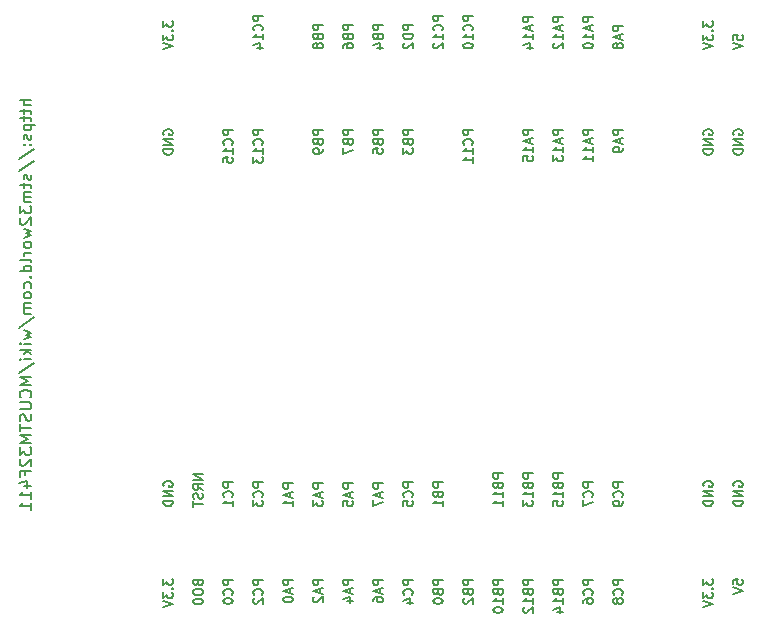
<source format=gbr>
%TF.GenerationSoftware,KiCad,Pcbnew,6.0.2+dfsg-1*%
%TF.CreationDate,2022-03-05T11:59:17+08:00*%
%TF.ProjectId,mcustm32f411,6d637573-746d-4333-9266-3431312e6b69,a*%
%TF.SameCoordinates,Original*%
%TF.FileFunction,Legend,Bot*%
%TF.FilePolarity,Positive*%
%FSLAX46Y46*%
G04 Gerber Fmt 4.6, Leading zero omitted, Abs format (unit mm)*
G04 Created by KiCad (PCBNEW 6.0.2+dfsg-1) date 2022-03-05 11:59:17*
%MOMM*%
%LPD*%
G01*
G04 APERTURE LIST*
%ADD10C,0.150000*%
G04 APERTURE END LIST*
D10*
%TO.C,J2*%
X116657380Y-83520595D02*
X115657380Y-83520595D01*
X116657380Y-83949166D02*
X116133571Y-83949166D01*
X116038333Y-83901547D01*
X115990714Y-83806309D01*
X115990714Y-83663452D01*
X116038333Y-83568214D01*
X116085952Y-83520595D01*
X115990714Y-84282500D02*
X115990714Y-84663452D01*
X115657380Y-84425357D02*
X116514523Y-84425357D01*
X116609761Y-84472976D01*
X116657380Y-84568214D01*
X116657380Y-84663452D01*
X115990714Y-84853928D02*
X115990714Y-85234880D01*
X115657380Y-84996785D02*
X116514523Y-84996785D01*
X116609761Y-85044404D01*
X116657380Y-85139642D01*
X116657380Y-85234880D01*
X115990714Y-85568214D02*
X116990714Y-85568214D01*
X116038333Y-85568214D02*
X115990714Y-85663452D01*
X115990714Y-85853928D01*
X116038333Y-85949166D01*
X116085952Y-85996785D01*
X116181190Y-86044404D01*
X116466904Y-86044404D01*
X116562142Y-85996785D01*
X116609761Y-85949166D01*
X116657380Y-85853928D01*
X116657380Y-85663452D01*
X116609761Y-85568214D01*
X116609761Y-86425357D02*
X116657380Y-86520595D01*
X116657380Y-86711071D01*
X116609761Y-86806309D01*
X116514523Y-86853928D01*
X116466904Y-86853928D01*
X116371666Y-86806309D01*
X116324047Y-86711071D01*
X116324047Y-86568214D01*
X116276428Y-86472976D01*
X116181190Y-86425357D01*
X116133571Y-86425357D01*
X116038333Y-86472976D01*
X115990714Y-86568214D01*
X115990714Y-86711071D01*
X116038333Y-86806309D01*
X116562142Y-87282500D02*
X116609761Y-87330119D01*
X116657380Y-87282500D01*
X116609761Y-87234880D01*
X116562142Y-87282500D01*
X116657380Y-87282500D01*
X116038333Y-87282500D02*
X116085952Y-87330119D01*
X116133571Y-87282500D01*
X116085952Y-87234880D01*
X116038333Y-87282500D01*
X116133571Y-87282500D01*
X115609761Y-88472976D02*
X116895476Y-87615833D01*
X115609761Y-89520595D02*
X116895476Y-88663452D01*
X116609761Y-89806309D02*
X116657380Y-89901547D01*
X116657380Y-90092023D01*
X116609761Y-90187261D01*
X116514523Y-90234880D01*
X116466904Y-90234880D01*
X116371666Y-90187261D01*
X116324047Y-90092023D01*
X116324047Y-89949166D01*
X116276428Y-89853928D01*
X116181190Y-89806309D01*
X116133571Y-89806309D01*
X116038333Y-89853928D01*
X115990714Y-89949166D01*
X115990714Y-90092023D01*
X116038333Y-90187261D01*
X115990714Y-90520595D02*
X115990714Y-90901547D01*
X115657380Y-90663452D02*
X116514523Y-90663452D01*
X116609761Y-90711071D01*
X116657380Y-90806309D01*
X116657380Y-90901547D01*
X116657380Y-91234880D02*
X115990714Y-91234880D01*
X116085952Y-91234880D02*
X116038333Y-91282500D01*
X115990714Y-91377738D01*
X115990714Y-91520595D01*
X116038333Y-91615833D01*
X116133571Y-91663452D01*
X116657380Y-91663452D01*
X116133571Y-91663452D02*
X116038333Y-91711071D01*
X115990714Y-91806309D01*
X115990714Y-91949166D01*
X116038333Y-92044404D01*
X116133571Y-92092023D01*
X116657380Y-92092023D01*
X115657380Y-92472976D02*
X115657380Y-93092023D01*
X116038333Y-92758690D01*
X116038333Y-92901547D01*
X116085952Y-92996785D01*
X116133571Y-93044404D01*
X116228809Y-93092023D01*
X116466904Y-93092023D01*
X116562142Y-93044404D01*
X116609761Y-92996785D01*
X116657380Y-92901547D01*
X116657380Y-92615833D01*
X116609761Y-92520595D01*
X116562142Y-92472976D01*
X115752619Y-93472976D02*
X115705000Y-93520595D01*
X115657380Y-93615833D01*
X115657380Y-93853928D01*
X115705000Y-93949166D01*
X115752619Y-93996785D01*
X115847857Y-94044404D01*
X115943095Y-94044404D01*
X116085952Y-93996785D01*
X116657380Y-93425357D01*
X116657380Y-94044404D01*
X115990714Y-94377738D02*
X116657380Y-94568214D01*
X116181190Y-94758690D01*
X116657380Y-94949166D01*
X115990714Y-95139642D01*
X116657380Y-95663452D02*
X116609761Y-95568214D01*
X116562142Y-95520595D01*
X116466904Y-95472976D01*
X116181190Y-95472976D01*
X116085952Y-95520595D01*
X116038333Y-95568214D01*
X115990714Y-95663452D01*
X115990714Y-95806309D01*
X116038333Y-95901547D01*
X116085952Y-95949166D01*
X116181190Y-95996785D01*
X116466904Y-95996785D01*
X116562142Y-95949166D01*
X116609761Y-95901547D01*
X116657380Y-95806309D01*
X116657380Y-95663452D01*
X116657380Y-96425357D02*
X115990714Y-96425357D01*
X116181190Y-96425357D02*
X116085952Y-96472976D01*
X116038333Y-96520595D01*
X115990714Y-96615833D01*
X115990714Y-96711071D01*
X116657380Y-97187261D02*
X116609761Y-97092023D01*
X116514523Y-97044404D01*
X115657380Y-97044404D01*
X116657380Y-97996785D02*
X115657380Y-97996785D01*
X116609761Y-97996785D02*
X116657380Y-97901547D01*
X116657380Y-97711071D01*
X116609761Y-97615833D01*
X116562142Y-97568214D01*
X116466904Y-97520595D01*
X116181190Y-97520595D01*
X116085952Y-97568214D01*
X116038333Y-97615833D01*
X115990714Y-97711071D01*
X115990714Y-97901547D01*
X116038333Y-97996785D01*
X116562142Y-98472976D02*
X116609761Y-98520595D01*
X116657380Y-98472976D01*
X116609761Y-98425357D01*
X116562142Y-98472976D01*
X116657380Y-98472976D01*
X116609761Y-99377738D02*
X116657380Y-99282500D01*
X116657380Y-99092023D01*
X116609761Y-98996785D01*
X116562142Y-98949166D01*
X116466904Y-98901547D01*
X116181190Y-98901547D01*
X116085952Y-98949166D01*
X116038333Y-98996785D01*
X115990714Y-99092023D01*
X115990714Y-99282500D01*
X116038333Y-99377738D01*
X116657380Y-99949166D02*
X116609761Y-99853928D01*
X116562142Y-99806309D01*
X116466904Y-99758690D01*
X116181190Y-99758690D01*
X116085952Y-99806309D01*
X116038333Y-99853928D01*
X115990714Y-99949166D01*
X115990714Y-100092023D01*
X116038333Y-100187261D01*
X116085952Y-100234880D01*
X116181190Y-100282500D01*
X116466904Y-100282500D01*
X116562142Y-100234880D01*
X116609761Y-100187261D01*
X116657380Y-100092023D01*
X116657380Y-99949166D01*
X116657380Y-100711071D02*
X115990714Y-100711071D01*
X116085952Y-100711071D02*
X116038333Y-100758690D01*
X115990714Y-100853928D01*
X115990714Y-100996785D01*
X116038333Y-101092023D01*
X116133571Y-101139642D01*
X116657380Y-101139642D01*
X116133571Y-101139642D02*
X116038333Y-101187261D01*
X115990714Y-101282500D01*
X115990714Y-101425357D01*
X116038333Y-101520595D01*
X116133571Y-101568214D01*
X116657380Y-101568214D01*
X115609761Y-102758690D02*
X116895476Y-101901547D01*
X115990714Y-102996785D02*
X116657380Y-103187261D01*
X116181190Y-103377738D01*
X116657380Y-103568214D01*
X115990714Y-103758690D01*
X116657380Y-104139642D02*
X115990714Y-104139642D01*
X115657380Y-104139642D02*
X115705000Y-104092023D01*
X115752619Y-104139642D01*
X115705000Y-104187261D01*
X115657380Y-104139642D01*
X115752619Y-104139642D01*
X116657380Y-104615833D02*
X115657380Y-104615833D01*
X116276428Y-104711071D02*
X116657380Y-104996785D01*
X115990714Y-104996785D02*
X116371666Y-104615833D01*
X116657380Y-105425357D02*
X115990714Y-105425357D01*
X115657380Y-105425357D02*
X115705000Y-105377738D01*
X115752619Y-105425357D01*
X115705000Y-105472976D01*
X115657380Y-105425357D01*
X115752619Y-105425357D01*
X115609761Y-106615833D02*
X116895476Y-105758690D01*
X116657380Y-106949166D02*
X115657380Y-106949166D01*
X116371666Y-107282500D01*
X115657380Y-107615833D01*
X116657380Y-107615833D01*
X116562142Y-108663452D02*
X116609761Y-108615833D01*
X116657380Y-108472976D01*
X116657380Y-108377738D01*
X116609761Y-108234880D01*
X116514523Y-108139642D01*
X116419285Y-108092023D01*
X116228809Y-108044404D01*
X116085952Y-108044404D01*
X115895476Y-108092023D01*
X115800238Y-108139642D01*
X115705000Y-108234880D01*
X115657380Y-108377738D01*
X115657380Y-108472976D01*
X115705000Y-108615833D01*
X115752619Y-108663452D01*
X115657380Y-109092023D02*
X116466904Y-109092023D01*
X116562142Y-109139642D01*
X116609761Y-109187261D01*
X116657380Y-109282500D01*
X116657380Y-109472976D01*
X116609761Y-109568214D01*
X116562142Y-109615833D01*
X116466904Y-109663452D01*
X115657380Y-109663452D01*
X116609761Y-110092023D02*
X116657380Y-110234880D01*
X116657380Y-110472976D01*
X116609761Y-110568214D01*
X116562142Y-110615833D01*
X116466904Y-110663452D01*
X116371666Y-110663452D01*
X116276428Y-110615833D01*
X116228809Y-110568214D01*
X116181190Y-110472976D01*
X116133571Y-110282500D01*
X116085952Y-110187261D01*
X116038333Y-110139642D01*
X115943095Y-110092023D01*
X115847857Y-110092023D01*
X115752619Y-110139642D01*
X115705000Y-110187261D01*
X115657380Y-110282500D01*
X115657380Y-110520595D01*
X115705000Y-110663452D01*
X115657380Y-110949166D02*
X115657380Y-111520595D01*
X116657380Y-111234880D02*
X115657380Y-111234880D01*
X116657380Y-111853928D02*
X115657380Y-111853928D01*
X116371666Y-112187261D01*
X115657380Y-112520595D01*
X116657380Y-112520595D01*
X115657380Y-112901547D02*
X115657380Y-113520595D01*
X116038333Y-113187261D01*
X116038333Y-113330119D01*
X116085952Y-113425357D01*
X116133571Y-113472976D01*
X116228809Y-113520595D01*
X116466904Y-113520595D01*
X116562142Y-113472976D01*
X116609761Y-113425357D01*
X116657380Y-113330119D01*
X116657380Y-113044404D01*
X116609761Y-112949166D01*
X116562142Y-112901547D01*
X115752619Y-113901547D02*
X115705000Y-113949166D01*
X115657380Y-114044404D01*
X115657380Y-114282500D01*
X115705000Y-114377738D01*
X115752619Y-114425357D01*
X115847857Y-114472976D01*
X115943095Y-114472976D01*
X116085952Y-114425357D01*
X116657380Y-113853928D01*
X116657380Y-114472976D01*
X116133571Y-115234880D02*
X116133571Y-114901547D01*
X116657380Y-114901547D02*
X115657380Y-114901547D01*
X115657380Y-115377738D01*
X115990714Y-116187261D02*
X116657380Y-116187261D01*
X115609761Y-115949166D02*
X116324047Y-115711071D01*
X116324047Y-116330119D01*
X116657380Y-117234880D02*
X116657380Y-116663452D01*
X116657380Y-116949166D02*
X115657380Y-116949166D01*
X115800238Y-116853928D01*
X115895476Y-116758690D01*
X115943095Y-116663452D01*
X116657380Y-118187261D02*
X116657380Y-117615833D01*
X116657380Y-117901547D02*
X115657380Y-117901547D01*
X115800238Y-117806309D01*
X115895476Y-117711071D01*
X115943095Y-117615833D01*
X136251904Y-86012976D02*
X135451904Y-86012976D01*
X135451904Y-86317738D01*
X135490000Y-86393928D01*
X135528095Y-86432023D01*
X135604285Y-86470119D01*
X135718571Y-86470119D01*
X135794761Y-86432023D01*
X135832857Y-86393928D01*
X135870952Y-86317738D01*
X135870952Y-86012976D01*
X136175714Y-87270119D02*
X136213809Y-87232023D01*
X136251904Y-87117738D01*
X136251904Y-87041547D01*
X136213809Y-86927261D01*
X136137619Y-86851071D01*
X136061428Y-86812976D01*
X135909047Y-86774880D01*
X135794761Y-86774880D01*
X135642380Y-86812976D01*
X135566190Y-86851071D01*
X135490000Y-86927261D01*
X135451904Y-87041547D01*
X135451904Y-87117738D01*
X135490000Y-87232023D01*
X135528095Y-87270119D01*
X136251904Y-88032023D02*
X136251904Y-87574880D01*
X136251904Y-87803452D02*
X135451904Y-87803452D01*
X135566190Y-87727261D01*
X135642380Y-87651071D01*
X135680476Y-87574880D01*
X135451904Y-88298690D02*
X135451904Y-88793928D01*
X135756666Y-88527261D01*
X135756666Y-88641547D01*
X135794761Y-88717738D01*
X135832857Y-88755833D01*
X135909047Y-88793928D01*
X136099523Y-88793928D01*
X136175714Y-88755833D01*
X136213809Y-88717738D01*
X136251904Y-88641547D01*
X136251904Y-88412976D01*
X136213809Y-88336785D01*
X136175714Y-88298690D01*
X136251904Y-115841071D02*
X135451904Y-115841071D01*
X135451904Y-116145833D01*
X135490000Y-116222023D01*
X135528095Y-116260119D01*
X135604285Y-116298214D01*
X135718571Y-116298214D01*
X135794761Y-116260119D01*
X135832857Y-116222023D01*
X135870952Y-116145833D01*
X135870952Y-115841071D01*
X136175714Y-117098214D02*
X136213809Y-117060119D01*
X136251904Y-116945833D01*
X136251904Y-116869642D01*
X136213809Y-116755357D01*
X136137619Y-116679166D01*
X136061428Y-116641071D01*
X135909047Y-116602976D01*
X135794761Y-116602976D01*
X135642380Y-116641071D01*
X135566190Y-116679166D01*
X135490000Y-116755357D01*
X135451904Y-116869642D01*
X135451904Y-116945833D01*
X135490000Y-117060119D01*
X135528095Y-117098214D01*
X135451904Y-117364880D02*
X135451904Y-117860119D01*
X135756666Y-117593452D01*
X135756666Y-117707738D01*
X135794761Y-117783928D01*
X135832857Y-117822023D01*
X135909047Y-117860119D01*
X136099523Y-117860119D01*
X136175714Y-117822023D01*
X136213809Y-117783928D01*
X136251904Y-117707738D01*
X136251904Y-117479166D01*
X136213809Y-117402976D01*
X136175714Y-117364880D01*
X173590000Y-86432023D02*
X173551904Y-86355833D01*
X173551904Y-86241547D01*
X173590000Y-86127261D01*
X173666190Y-86051071D01*
X173742380Y-86012976D01*
X173894761Y-85974880D01*
X174009047Y-85974880D01*
X174161428Y-86012976D01*
X174237619Y-86051071D01*
X174313809Y-86127261D01*
X174351904Y-86241547D01*
X174351904Y-86317738D01*
X174313809Y-86432023D01*
X174275714Y-86470119D01*
X174009047Y-86470119D01*
X174009047Y-86317738D01*
X174351904Y-86812976D02*
X173551904Y-86812976D01*
X174351904Y-87270119D01*
X173551904Y-87270119D01*
X174351904Y-87651071D02*
X173551904Y-87651071D01*
X173551904Y-87841547D01*
X173590000Y-87955833D01*
X173666190Y-88032023D01*
X173742380Y-88070119D01*
X173894761Y-88108214D01*
X174009047Y-88108214D01*
X174161428Y-88070119D01*
X174237619Y-88032023D01*
X174313809Y-87955833D01*
X174351904Y-87841547D01*
X174351904Y-87651071D01*
X146411904Y-124112976D02*
X145611904Y-124112976D01*
X145611904Y-124417738D01*
X145650000Y-124493928D01*
X145688095Y-124532023D01*
X145764285Y-124570119D01*
X145878571Y-124570119D01*
X145954761Y-124532023D01*
X145992857Y-124493928D01*
X146030952Y-124417738D01*
X146030952Y-124112976D01*
X146183333Y-124874880D02*
X146183333Y-125255833D01*
X146411904Y-124798690D02*
X145611904Y-125065357D01*
X146411904Y-125332023D01*
X145611904Y-125941547D02*
X145611904Y-125789166D01*
X145650000Y-125712976D01*
X145688095Y-125674880D01*
X145802380Y-125598690D01*
X145954761Y-125560595D01*
X146259523Y-125560595D01*
X146335714Y-125598690D01*
X146373809Y-125636785D01*
X146411904Y-125712976D01*
X146411904Y-125865357D01*
X146373809Y-125941547D01*
X146335714Y-125979642D01*
X146259523Y-126017738D01*
X146069047Y-126017738D01*
X145992857Y-125979642D01*
X145954761Y-125941547D01*
X145916666Y-125865357D01*
X145916666Y-125712976D01*
X145954761Y-125636785D01*
X145992857Y-125598690D01*
X146069047Y-125560595D01*
X127831904Y-124036785D02*
X127831904Y-124532023D01*
X128136666Y-124265357D01*
X128136666Y-124379642D01*
X128174761Y-124455833D01*
X128212857Y-124493928D01*
X128289047Y-124532023D01*
X128479523Y-124532023D01*
X128555714Y-124493928D01*
X128593809Y-124455833D01*
X128631904Y-124379642D01*
X128631904Y-124151071D01*
X128593809Y-124074880D01*
X128555714Y-124036785D01*
X128555714Y-124874880D02*
X128593809Y-124912976D01*
X128631904Y-124874880D01*
X128593809Y-124836785D01*
X128555714Y-124874880D01*
X128631904Y-124874880D01*
X127831904Y-125179642D02*
X127831904Y-125674880D01*
X128136666Y-125408214D01*
X128136666Y-125522500D01*
X128174761Y-125598690D01*
X128212857Y-125636785D01*
X128289047Y-125674880D01*
X128479523Y-125674880D01*
X128555714Y-125636785D01*
X128593809Y-125598690D01*
X128631904Y-125522500D01*
X128631904Y-125293928D01*
X128593809Y-125217738D01*
X128555714Y-125179642D01*
X127831904Y-125903452D02*
X128631904Y-126170119D01*
X127831904Y-126436785D01*
X166731904Y-115841071D02*
X165931904Y-115841071D01*
X165931904Y-116145833D01*
X165970000Y-116222023D01*
X166008095Y-116260119D01*
X166084285Y-116298214D01*
X166198571Y-116298214D01*
X166274761Y-116260119D01*
X166312857Y-116222023D01*
X166350952Y-116145833D01*
X166350952Y-115841071D01*
X166655714Y-117098214D02*
X166693809Y-117060119D01*
X166731904Y-116945833D01*
X166731904Y-116869642D01*
X166693809Y-116755357D01*
X166617619Y-116679166D01*
X166541428Y-116641071D01*
X166389047Y-116602976D01*
X166274761Y-116602976D01*
X166122380Y-116641071D01*
X166046190Y-116679166D01*
X165970000Y-116755357D01*
X165931904Y-116869642D01*
X165931904Y-116945833D01*
X165970000Y-117060119D01*
X166008095Y-117098214D01*
X166731904Y-117479166D02*
X166731904Y-117631547D01*
X166693809Y-117707738D01*
X166655714Y-117745833D01*
X166541428Y-117822023D01*
X166389047Y-117860119D01*
X166084285Y-117860119D01*
X166008095Y-117822023D01*
X165970000Y-117783928D01*
X165931904Y-117707738D01*
X165931904Y-117555357D01*
X165970000Y-117479166D01*
X166008095Y-117441071D01*
X166084285Y-117402976D01*
X166274761Y-117402976D01*
X166350952Y-117441071D01*
X166389047Y-117479166D01*
X166427142Y-117555357D01*
X166427142Y-117707738D01*
X166389047Y-117783928D01*
X166350952Y-117822023D01*
X166274761Y-117860119D01*
X164191904Y-124112976D02*
X163391904Y-124112976D01*
X163391904Y-124417738D01*
X163430000Y-124493928D01*
X163468095Y-124532023D01*
X163544285Y-124570119D01*
X163658571Y-124570119D01*
X163734761Y-124532023D01*
X163772857Y-124493928D01*
X163810952Y-124417738D01*
X163810952Y-124112976D01*
X164115714Y-125370119D02*
X164153809Y-125332023D01*
X164191904Y-125217738D01*
X164191904Y-125141547D01*
X164153809Y-125027261D01*
X164077619Y-124951071D01*
X164001428Y-124912976D01*
X163849047Y-124874880D01*
X163734761Y-124874880D01*
X163582380Y-124912976D01*
X163506190Y-124951071D01*
X163430000Y-125027261D01*
X163391904Y-125141547D01*
X163391904Y-125217738D01*
X163430000Y-125332023D01*
X163468095Y-125370119D01*
X163391904Y-126055833D02*
X163391904Y-125903452D01*
X163430000Y-125827261D01*
X163468095Y-125789166D01*
X163582380Y-125712976D01*
X163734761Y-125674880D01*
X164039523Y-125674880D01*
X164115714Y-125712976D01*
X164153809Y-125751071D01*
X164191904Y-125827261D01*
X164191904Y-125979642D01*
X164153809Y-126055833D01*
X164115714Y-126093928D01*
X164039523Y-126132023D01*
X163849047Y-126132023D01*
X163772857Y-126093928D01*
X163734761Y-126055833D01*
X163696666Y-125979642D01*
X163696666Y-125827261D01*
X163734761Y-125751071D01*
X163772857Y-125712976D01*
X163849047Y-125674880D01*
X136251904Y-124112976D02*
X135451904Y-124112976D01*
X135451904Y-124417738D01*
X135490000Y-124493928D01*
X135528095Y-124532023D01*
X135604285Y-124570119D01*
X135718571Y-124570119D01*
X135794761Y-124532023D01*
X135832857Y-124493928D01*
X135870952Y-124417738D01*
X135870952Y-124112976D01*
X136175714Y-125370119D02*
X136213809Y-125332023D01*
X136251904Y-125217738D01*
X136251904Y-125141547D01*
X136213809Y-125027261D01*
X136137619Y-124951071D01*
X136061428Y-124912976D01*
X135909047Y-124874880D01*
X135794761Y-124874880D01*
X135642380Y-124912976D01*
X135566190Y-124951071D01*
X135490000Y-125027261D01*
X135451904Y-125141547D01*
X135451904Y-125217738D01*
X135490000Y-125332023D01*
X135528095Y-125370119D01*
X135528095Y-125674880D02*
X135490000Y-125712976D01*
X135451904Y-125789166D01*
X135451904Y-125979642D01*
X135490000Y-126055833D01*
X135528095Y-126093928D01*
X135604285Y-126132023D01*
X135680476Y-126132023D01*
X135794761Y-126093928D01*
X136251904Y-125636785D01*
X136251904Y-126132023D01*
X127870000Y-116183928D02*
X127831904Y-116107738D01*
X127831904Y-115993452D01*
X127870000Y-115879166D01*
X127946190Y-115802976D01*
X128022380Y-115764880D01*
X128174761Y-115726785D01*
X128289047Y-115726785D01*
X128441428Y-115764880D01*
X128517619Y-115802976D01*
X128593809Y-115879166D01*
X128631904Y-115993452D01*
X128631904Y-116069642D01*
X128593809Y-116183928D01*
X128555714Y-116222023D01*
X128289047Y-116222023D01*
X128289047Y-116069642D01*
X128631904Y-116564880D02*
X127831904Y-116564880D01*
X128631904Y-117022023D01*
X127831904Y-117022023D01*
X128631904Y-117402976D02*
X127831904Y-117402976D01*
X127831904Y-117593452D01*
X127870000Y-117707738D01*
X127946190Y-117783928D01*
X128022380Y-117822023D01*
X128174761Y-117860119D01*
X128289047Y-117860119D01*
X128441428Y-117822023D01*
X128517619Y-117783928D01*
X128593809Y-117707738D01*
X128631904Y-117593452D01*
X128631904Y-117402976D01*
X159111904Y-86012976D02*
X158311904Y-86012976D01*
X158311904Y-86317738D01*
X158350000Y-86393928D01*
X158388095Y-86432023D01*
X158464285Y-86470119D01*
X158578571Y-86470119D01*
X158654761Y-86432023D01*
X158692857Y-86393928D01*
X158730952Y-86317738D01*
X158730952Y-86012976D01*
X158883333Y-86774880D02*
X158883333Y-87155833D01*
X159111904Y-86698690D02*
X158311904Y-86965357D01*
X159111904Y-87232023D01*
X159111904Y-87917738D02*
X159111904Y-87460595D01*
X159111904Y-87689166D02*
X158311904Y-87689166D01*
X158426190Y-87612976D01*
X158502380Y-87536785D01*
X158540476Y-87460595D01*
X158311904Y-88641547D02*
X158311904Y-88260595D01*
X158692857Y-88222500D01*
X158654761Y-88260595D01*
X158616666Y-88336785D01*
X158616666Y-88527261D01*
X158654761Y-88603452D01*
X158692857Y-88641547D01*
X158769047Y-88679642D01*
X158959523Y-88679642D01*
X159035714Y-88641547D01*
X159073809Y-88603452D01*
X159111904Y-88527261D01*
X159111904Y-88336785D01*
X159073809Y-88260595D01*
X159035714Y-88222500D01*
X161651904Y-76458452D02*
X160851904Y-76458452D01*
X160851904Y-76763214D01*
X160890000Y-76839404D01*
X160928095Y-76877500D01*
X161004285Y-76915595D01*
X161118571Y-76915595D01*
X161194761Y-76877500D01*
X161232857Y-76839404D01*
X161270952Y-76763214D01*
X161270952Y-76458452D01*
X161423333Y-77220357D02*
X161423333Y-77601309D01*
X161651904Y-77144166D02*
X160851904Y-77410833D01*
X161651904Y-77677500D01*
X161651904Y-78363214D02*
X161651904Y-77906071D01*
X161651904Y-78134642D02*
X160851904Y-78134642D01*
X160966190Y-78058452D01*
X161042380Y-77982261D01*
X161080476Y-77906071D01*
X160928095Y-78667976D02*
X160890000Y-78706071D01*
X160851904Y-78782261D01*
X160851904Y-78972738D01*
X160890000Y-79048928D01*
X160928095Y-79087023D01*
X161004285Y-79125119D01*
X161080476Y-79125119D01*
X161194761Y-79087023D01*
X161651904Y-78629880D01*
X161651904Y-79125119D01*
X176130000Y-116183928D02*
X176091904Y-116107738D01*
X176091904Y-115993452D01*
X176130000Y-115879166D01*
X176206190Y-115802976D01*
X176282380Y-115764880D01*
X176434761Y-115726785D01*
X176549047Y-115726785D01*
X176701428Y-115764880D01*
X176777619Y-115802976D01*
X176853809Y-115879166D01*
X176891904Y-115993452D01*
X176891904Y-116069642D01*
X176853809Y-116183928D01*
X176815714Y-116222023D01*
X176549047Y-116222023D01*
X176549047Y-116069642D01*
X176891904Y-116564880D02*
X176091904Y-116564880D01*
X176891904Y-117022023D01*
X176091904Y-117022023D01*
X176891904Y-117402976D02*
X176091904Y-117402976D01*
X176091904Y-117593452D01*
X176130000Y-117707738D01*
X176206190Y-117783928D01*
X176282380Y-117822023D01*
X176434761Y-117860119D01*
X176549047Y-117860119D01*
X176701428Y-117822023D01*
X176777619Y-117783928D01*
X176853809Y-117707738D01*
X176891904Y-117593452D01*
X176891904Y-117402976D01*
X154031904Y-124112976D02*
X153231904Y-124112976D01*
X153231904Y-124417738D01*
X153270000Y-124493928D01*
X153308095Y-124532023D01*
X153384285Y-124570119D01*
X153498571Y-124570119D01*
X153574761Y-124532023D01*
X153612857Y-124493928D01*
X153650952Y-124417738D01*
X153650952Y-124112976D01*
X153612857Y-125179642D02*
X153650952Y-125293928D01*
X153689047Y-125332023D01*
X153765238Y-125370119D01*
X153879523Y-125370119D01*
X153955714Y-125332023D01*
X153993809Y-125293928D01*
X154031904Y-125217738D01*
X154031904Y-124912976D01*
X153231904Y-124912976D01*
X153231904Y-125179642D01*
X153270000Y-125255833D01*
X153308095Y-125293928D01*
X153384285Y-125332023D01*
X153460476Y-125332023D01*
X153536666Y-125293928D01*
X153574761Y-125255833D01*
X153612857Y-125179642D01*
X153612857Y-124912976D01*
X153308095Y-125674880D02*
X153270000Y-125712976D01*
X153231904Y-125789166D01*
X153231904Y-125979642D01*
X153270000Y-126055833D01*
X153308095Y-126093928D01*
X153384285Y-126132023D01*
X153460476Y-126132023D01*
X153574761Y-126093928D01*
X154031904Y-125636785D01*
X154031904Y-126132023D01*
X141331904Y-124112976D02*
X140531904Y-124112976D01*
X140531904Y-124417738D01*
X140570000Y-124493928D01*
X140608095Y-124532023D01*
X140684285Y-124570119D01*
X140798571Y-124570119D01*
X140874761Y-124532023D01*
X140912857Y-124493928D01*
X140950952Y-124417738D01*
X140950952Y-124112976D01*
X141103333Y-124874880D02*
X141103333Y-125255833D01*
X141331904Y-124798690D02*
X140531904Y-125065357D01*
X141331904Y-125332023D01*
X140608095Y-125560595D02*
X140570000Y-125598690D01*
X140531904Y-125674880D01*
X140531904Y-125865357D01*
X140570000Y-125941547D01*
X140608095Y-125979642D01*
X140684285Y-126017738D01*
X140760476Y-126017738D01*
X140874761Y-125979642D01*
X141331904Y-125522500D01*
X141331904Y-126017738D01*
X130752857Y-124379642D02*
X130790952Y-124493928D01*
X130829047Y-124532023D01*
X130905238Y-124570119D01*
X131019523Y-124570119D01*
X131095714Y-124532023D01*
X131133809Y-124493928D01*
X131171904Y-124417738D01*
X131171904Y-124112976D01*
X130371904Y-124112976D01*
X130371904Y-124379642D01*
X130410000Y-124455833D01*
X130448095Y-124493928D01*
X130524285Y-124532023D01*
X130600476Y-124532023D01*
X130676666Y-124493928D01*
X130714761Y-124455833D01*
X130752857Y-124379642D01*
X130752857Y-124112976D01*
X130371904Y-125065357D02*
X130371904Y-125217738D01*
X130410000Y-125293928D01*
X130486190Y-125370119D01*
X130638571Y-125408214D01*
X130905238Y-125408214D01*
X131057619Y-125370119D01*
X131133809Y-125293928D01*
X131171904Y-125217738D01*
X131171904Y-125065357D01*
X131133809Y-124989166D01*
X131057619Y-124912976D01*
X130905238Y-124874880D01*
X130638571Y-124874880D01*
X130486190Y-124912976D01*
X130410000Y-124989166D01*
X130371904Y-125065357D01*
X130371904Y-125903452D02*
X130371904Y-125979642D01*
X130410000Y-126055833D01*
X130448095Y-126093928D01*
X130524285Y-126132023D01*
X130676666Y-126170119D01*
X130867142Y-126170119D01*
X131019523Y-126132023D01*
X131095714Y-126093928D01*
X131133809Y-126055833D01*
X131171904Y-125979642D01*
X131171904Y-125903452D01*
X131133809Y-125827261D01*
X131095714Y-125789166D01*
X131019523Y-125751071D01*
X130867142Y-125712976D01*
X130676666Y-125712976D01*
X130524285Y-125751071D01*
X130448095Y-125789166D01*
X130410000Y-125827261D01*
X130371904Y-125903452D01*
X138791904Y-124112976D02*
X137991904Y-124112976D01*
X137991904Y-124417738D01*
X138030000Y-124493928D01*
X138068095Y-124532023D01*
X138144285Y-124570119D01*
X138258571Y-124570119D01*
X138334761Y-124532023D01*
X138372857Y-124493928D01*
X138410952Y-124417738D01*
X138410952Y-124112976D01*
X138563333Y-124874880D02*
X138563333Y-125255833D01*
X138791904Y-124798690D02*
X137991904Y-125065357D01*
X138791904Y-125332023D01*
X137991904Y-125751071D02*
X137991904Y-125827261D01*
X138030000Y-125903452D01*
X138068095Y-125941547D01*
X138144285Y-125979642D01*
X138296666Y-126017738D01*
X138487142Y-126017738D01*
X138639523Y-125979642D01*
X138715714Y-125941547D01*
X138753809Y-125903452D01*
X138791904Y-125827261D01*
X138791904Y-125751071D01*
X138753809Y-125674880D01*
X138715714Y-125636785D01*
X138639523Y-125598690D01*
X138487142Y-125560595D01*
X138296666Y-125560595D01*
X138144285Y-125598690D01*
X138068095Y-125636785D01*
X138030000Y-125674880D01*
X137991904Y-125751071D01*
X159111904Y-76458452D02*
X158311904Y-76458452D01*
X158311904Y-76763214D01*
X158350000Y-76839404D01*
X158388095Y-76877500D01*
X158464285Y-76915595D01*
X158578571Y-76915595D01*
X158654761Y-76877500D01*
X158692857Y-76839404D01*
X158730952Y-76763214D01*
X158730952Y-76458452D01*
X158883333Y-77220357D02*
X158883333Y-77601309D01*
X159111904Y-77144166D02*
X158311904Y-77410833D01*
X159111904Y-77677500D01*
X159111904Y-78363214D02*
X159111904Y-77906071D01*
X159111904Y-78134642D02*
X158311904Y-78134642D01*
X158426190Y-78058452D01*
X158502380Y-77982261D01*
X158540476Y-77906071D01*
X158578571Y-79048928D02*
X159111904Y-79048928D01*
X158273809Y-78858452D02*
X158845238Y-78667976D01*
X158845238Y-79163214D01*
X136251904Y-76344166D02*
X135451904Y-76344166D01*
X135451904Y-76648928D01*
X135490000Y-76725119D01*
X135528095Y-76763214D01*
X135604285Y-76801309D01*
X135718571Y-76801309D01*
X135794761Y-76763214D01*
X135832857Y-76725119D01*
X135870952Y-76648928D01*
X135870952Y-76344166D01*
X136175714Y-77601309D02*
X136213809Y-77563214D01*
X136251904Y-77448928D01*
X136251904Y-77372738D01*
X136213809Y-77258452D01*
X136137619Y-77182261D01*
X136061428Y-77144166D01*
X135909047Y-77106071D01*
X135794761Y-77106071D01*
X135642380Y-77144166D01*
X135566190Y-77182261D01*
X135490000Y-77258452D01*
X135451904Y-77372738D01*
X135451904Y-77448928D01*
X135490000Y-77563214D01*
X135528095Y-77601309D01*
X136251904Y-78363214D02*
X136251904Y-77906071D01*
X136251904Y-78134642D02*
X135451904Y-78134642D01*
X135566190Y-78058452D01*
X135642380Y-77982261D01*
X135680476Y-77906071D01*
X135718571Y-79048928D02*
X136251904Y-79048928D01*
X135413809Y-78858452D02*
X135985238Y-78667976D01*
X135985238Y-79163214D01*
X138791904Y-115955357D02*
X137991904Y-115955357D01*
X137991904Y-116260119D01*
X138030000Y-116336309D01*
X138068095Y-116374404D01*
X138144285Y-116412500D01*
X138258571Y-116412500D01*
X138334761Y-116374404D01*
X138372857Y-116336309D01*
X138410952Y-116260119D01*
X138410952Y-115955357D01*
X138563333Y-116717261D02*
X138563333Y-117098214D01*
X138791904Y-116641071D02*
X137991904Y-116907738D01*
X138791904Y-117174404D01*
X138791904Y-117860119D02*
X138791904Y-117402976D01*
X138791904Y-117631547D02*
X137991904Y-117631547D01*
X138106190Y-117555357D01*
X138182380Y-117479166D01*
X138220476Y-117402976D01*
X166731904Y-124112976D02*
X165931904Y-124112976D01*
X165931904Y-124417738D01*
X165970000Y-124493928D01*
X166008095Y-124532023D01*
X166084285Y-124570119D01*
X166198571Y-124570119D01*
X166274761Y-124532023D01*
X166312857Y-124493928D01*
X166350952Y-124417738D01*
X166350952Y-124112976D01*
X166655714Y-125370119D02*
X166693809Y-125332023D01*
X166731904Y-125217738D01*
X166731904Y-125141547D01*
X166693809Y-125027261D01*
X166617619Y-124951071D01*
X166541428Y-124912976D01*
X166389047Y-124874880D01*
X166274761Y-124874880D01*
X166122380Y-124912976D01*
X166046190Y-124951071D01*
X165970000Y-125027261D01*
X165931904Y-125141547D01*
X165931904Y-125217738D01*
X165970000Y-125332023D01*
X166008095Y-125370119D01*
X166274761Y-125827261D02*
X166236666Y-125751071D01*
X166198571Y-125712976D01*
X166122380Y-125674880D01*
X166084285Y-125674880D01*
X166008095Y-125712976D01*
X165970000Y-125751071D01*
X165931904Y-125827261D01*
X165931904Y-125979642D01*
X165970000Y-126055833D01*
X166008095Y-126093928D01*
X166084285Y-126132023D01*
X166122380Y-126132023D01*
X166198571Y-126093928D01*
X166236666Y-126055833D01*
X166274761Y-125979642D01*
X166274761Y-125827261D01*
X166312857Y-125751071D01*
X166350952Y-125712976D01*
X166427142Y-125674880D01*
X166579523Y-125674880D01*
X166655714Y-125712976D01*
X166693809Y-125751071D01*
X166731904Y-125827261D01*
X166731904Y-125979642D01*
X166693809Y-126055833D01*
X166655714Y-126093928D01*
X166579523Y-126132023D01*
X166427142Y-126132023D01*
X166350952Y-126093928D01*
X166312857Y-126055833D01*
X166274761Y-125979642D01*
X166731904Y-77220357D02*
X165931904Y-77220357D01*
X165931904Y-77525119D01*
X165970000Y-77601309D01*
X166008095Y-77639404D01*
X166084285Y-77677500D01*
X166198571Y-77677500D01*
X166274761Y-77639404D01*
X166312857Y-77601309D01*
X166350952Y-77525119D01*
X166350952Y-77220357D01*
X166503333Y-77982261D02*
X166503333Y-78363214D01*
X166731904Y-77906071D02*
X165931904Y-78172738D01*
X166731904Y-78439404D01*
X166274761Y-78820357D02*
X166236666Y-78744166D01*
X166198571Y-78706071D01*
X166122380Y-78667976D01*
X166084285Y-78667976D01*
X166008095Y-78706071D01*
X165970000Y-78744166D01*
X165931904Y-78820357D01*
X165931904Y-78972738D01*
X165970000Y-79048928D01*
X166008095Y-79087023D01*
X166084285Y-79125119D01*
X166122380Y-79125119D01*
X166198571Y-79087023D01*
X166236666Y-79048928D01*
X166274761Y-78972738D01*
X166274761Y-78820357D01*
X166312857Y-78744166D01*
X166350952Y-78706071D01*
X166427142Y-78667976D01*
X166579523Y-78667976D01*
X166655714Y-78706071D01*
X166693809Y-78744166D01*
X166731904Y-78820357D01*
X166731904Y-78972738D01*
X166693809Y-79048928D01*
X166655714Y-79087023D01*
X166579523Y-79125119D01*
X166427142Y-79125119D01*
X166350952Y-79087023D01*
X166312857Y-79048928D01*
X166274761Y-78972738D01*
X143871904Y-77106071D02*
X143071904Y-77106071D01*
X143071904Y-77410833D01*
X143110000Y-77487023D01*
X143148095Y-77525119D01*
X143224285Y-77563214D01*
X143338571Y-77563214D01*
X143414761Y-77525119D01*
X143452857Y-77487023D01*
X143490952Y-77410833D01*
X143490952Y-77106071D01*
X143452857Y-78172738D02*
X143490952Y-78287023D01*
X143529047Y-78325119D01*
X143605238Y-78363214D01*
X143719523Y-78363214D01*
X143795714Y-78325119D01*
X143833809Y-78287023D01*
X143871904Y-78210833D01*
X143871904Y-77906071D01*
X143071904Y-77906071D01*
X143071904Y-78172738D01*
X143110000Y-78248928D01*
X143148095Y-78287023D01*
X143224285Y-78325119D01*
X143300476Y-78325119D01*
X143376666Y-78287023D01*
X143414761Y-78248928D01*
X143452857Y-78172738D01*
X143452857Y-77906071D01*
X143071904Y-79048928D02*
X143071904Y-78896547D01*
X143110000Y-78820357D01*
X143148095Y-78782261D01*
X143262380Y-78706071D01*
X143414761Y-78667976D01*
X143719523Y-78667976D01*
X143795714Y-78706071D01*
X143833809Y-78744166D01*
X143871904Y-78820357D01*
X143871904Y-78972738D01*
X143833809Y-79048928D01*
X143795714Y-79087023D01*
X143719523Y-79125119D01*
X143529047Y-79125119D01*
X143452857Y-79087023D01*
X143414761Y-79048928D01*
X143376666Y-78972738D01*
X143376666Y-78820357D01*
X143414761Y-78744166D01*
X143452857Y-78706071D01*
X143529047Y-78667976D01*
X176091904Y-124493928D02*
X176091904Y-124112976D01*
X176472857Y-124074880D01*
X176434761Y-124112976D01*
X176396666Y-124189166D01*
X176396666Y-124379642D01*
X176434761Y-124455833D01*
X176472857Y-124493928D01*
X176549047Y-124532023D01*
X176739523Y-124532023D01*
X176815714Y-124493928D01*
X176853809Y-124455833D01*
X176891904Y-124379642D01*
X176891904Y-124189166D01*
X176853809Y-124112976D01*
X176815714Y-124074880D01*
X176091904Y-124760595D02*
X176891904Y-125027261D01*
X176091904Y-125293928D01*
X148951904Y-86012976D02*
X148151904Y-86012976D01*
X148151904Y-86317738D01*
X148190000Y-86393928D01*
X148228095Y-86432023D01*
X148304285Y-86470119D01*
X148418571Y-86470119D01*
X148494761Y-86432023D01*
X148532857Y-86393928D01*
X148570952Y-86317738D01*
X148570952Y-86012976D01*
X148532857Y-87079642D02*
X148570952Y-87193928D01*
X148609047Y-87232023D01*
X148685238Y-87270119D01*
X148799523Y-87270119D01*
X148875714Y-87232023D01*
X148913809Y-87193928D01*
X148951904Y-87117738D01*
X148951904Y-86812976D01*
X148151904Y-86812976D01*
X148151904Y-87079642D01*
X148190000Y-87155833D01*
X148228095Y-87193928D01*
X148304285Y-87232023D01*
X148380476Y-87232023D01*
X148456666Y-87193928D01*
X148494761Y-87155833D01*
X148532857Y-87079642D01*
X148532857Y-86812976D01*
X148151904Y-87536785D02*
X148151904Y-88032023D01*
X148456666Y-87765357D01*
X148456666Y-87879642D01*
X148494761Y-87955833D01*
X148532857Y-87993928D01*
X148609047Y-88032023D01*
X148799523Y-88032023D01*
X148875714Y-87993928D01*
X148913809Y-87955833D01*
X148951904Y-87879642D01*
X148951904Y-87651071D01*
X148913809Y-87574880D01*
X148875714Y-87536785D01*
X176130000Y-86432023D02*
X176091904Y-86355833D01*
X176091904Y-86241547D01*
X176130000Y-86127261D01*
X176206190Y-86051071D01*
X176282380Y-86012976D01*
X176434761Y-85974880D01*
X176549047Y-85974880D01*
X176701428Y-86012976D01*
X176777619Y-86051071D01*
X176853809Y-86127261D01*
X176891904Y-86241547D01*
X176891904Y-86317738D01*
X176853809Y-86432023D01*
X176815714Y-86470119D01*
X176549047Y-86470119D01*
X176549047Y-86317738D01*
X176891904Y-86812976D02*
X176091904Y-86812976D01*
X176891904Y-87270119D01*
X176091904Y-87270119D01*
X176891904Y-87651071D02*
X176091904Y-87651071D01*
X176091904Y-87841547D01*
X176130000Y-87955833D01*
X176206190Y-88032023D01*
X176282380Y-88070119D01*
X176434761Y-88108214D01*
X176549047Y-88108214D01*
X176701428Y-88070119D01*
X176777619Y-88032023D01*
X176853809Y-87955833D01*
X176891904Y-87841547D01*
X176891904Y-87651071D01*
X173551904Y-76801309D02*
X173551904Y-77296547D01*
X173856666Y-77029880D01*
X173856666Y-77144166D01*
X173894761Y-77220357D01*
X173932857Y-77258452D01*
X174009047Y-77296547D01*
X174199523Y-77296547D01*
X174275714Y-77258452D01*
X174313809Y-77220357D01*
X174351904Y-77144166D01*
X174351904Y-76915595D01*
X174313809Y-76839404D01*
X174275714Y-76801309D01*
X174275714Y-77639404D02*
X174313809Y-77677500D01*
X174351904Y-77639404D01*
X174313809Y-77601309D01*
X174275714Y-77639404D01*
X174351904Y-77639404D01*
X173551904Y-77944166D02*
X173551904Y-78439404D01*
X173856666Y-78172738D01*
X173856666Y-78287023D01*
X173894761Y-78363214D01*
X173932857Y-78401309D01*
X174009047Y-78439404D01*
X174199523Y-78439404D01*
X174275714Y-78401309D01*
X174313809Y-78363214D01*
X174351904Y-78287023D01*
X174351904Y-78058452D01*
X174313809Y-77982261D01*
X174275714Y-77944166D01*
X173551904Y-78667976D02*
X174351904Y-78934642D01*
X173551904Y-79201309D01*
X143871904Y-124112976D02*
X143071904Y-124112976D01*
X143071904Y-124417738D01*
X143110000Y-124493928D01*
X143148095Y-124532023D01*
X143224285Y-124570119D01*
X143338571Y-124570119D01*
X143414761Y-124532023D01*
X143452857Y-124493928D01*
X143490952Y-124417738D01*
X143490952Y-124112976D01*
X143643333Y-124874880D02*
X143643333Y-125255833D01*
X143871904Y-124798690D02*
X143071904Y-125065357D01*
X143871904Y-125332023D01*
X143338571Y-125941547D02*
X143871904Y-125941547D01*
X143033809Y-125751071D02*
X143605238Y-125560595D01*
X143605238Y-126055833D01*
X161651904Y-115079166D02*
X160851904Y-115079166D01*
X160851904Y-115383928D01*
X160890000Y-115460119D01*
X160928095Y-115498214D01*
X161004285Y-115536309D01*
X161118571Y-115536309D01*
X161194761Y-115498214D01*
X161232857Y-115460119D01*
X161270952Y-115383928D01*
X161270952Y-115079166D01*
X161232857Y-116145833D02*
X161270952Y-116260119D01*
X161309047Y-116298214D01*
X161385238Y-116336309D01*
X161499523Y-116336309D01*
X161575714Y-116298214D01*
X161613809Y-116260119D01*
X161651904Y-116183928D01*
X161651904Y-115879166D01*
X160851904Y-115879166D01*
X160851904Y-116145833D01*
X160890000Y-116222023D01*
X160928095Y-116260119D01*
X161004285Y-116298214D01*
X161080476Y-116298214D01*
X161156666Y-116260119D01*
X161194761Y-116222023D01*
X161232857Y-116145833D01*
X161232857Y-115879166D01*
X161651904Y-117098214D02*
X161651904Y-116641071D01*
X161651904Y-116869642D02*
X160851904Y-116869642D01*
X160966190Y-116793452D01*
X161042380Y-116717261D01*
X161080476Y-116641071D01*
X160851904Y-117822023D02*
X160851904Y-117441071D01*
X161232857Y-117402976D01*
X161194761Y-117441071D01*
X161156666Y-117517261D01*
X161156666Y-117707738D01*
X161194761Y-117783928D01*
X161232857Y-117822023D01*
X161309047Y-117860119D01*
X161499523Y-117860119D01*
X161575714Y-117822023D01*
X161613809Y-117783928D01*
X161651904Y-117707738D01*
X161651904Y-117517261D01*
X161613809Y-117441071D01*
X161575714Y-117402976D01*
X154031904Y-86012976D02*
X153231904Y-86012976D01*
X153231904Y-86317738D01*
X153270000Y-86393928D01*
X153308095Y-86432023D01*
X153384285Y-86470119D01*
X153498571Y-86470119D01*
X153574761Y-86432023D01*
X153612857Y-86393928D01*
X153650952Y-86317738D01*
X153650952Y-86012976D01*
X153955714Y-87270119D02*
X153993809Y-87232023D01*
X154031904Y-87117738D01*
X154031904Y-87041547D01*
X153993809Y-86927261D01*
X153917619Y-86851071D01*
X153841428Y-86812976D01*
X153689047Y-86774880D01*
X153574761Y-86774880D01*
X153422380Y-86812976D01*
X153346190Y-86851071D01*
X153270000Y-86927261D01*
X153231904Y-87041547D01*
X153231904Y-87117738D01*
X153270000Y-87232023D01*
X153308095Y-87270119D01*
X154031904Y-88032023D02*
X154031904Y-87574880D01*
X154031904Y-87803452D02*
X153231904Y-87803452D01*
X153346190Y-87727261D01*
X153422380Y-87651071D01*
X153460476Y-87574880D01*
X154031904Y-88793928D02*
X154031904Y-88336785D01*
X154031904Y-88565357D02*
X153231904Y-88565357D01*
X153346190Y-88489166D01*
X153422380Y-88412976D01*
X153460476Y-88336785D01*
X151491904Y-124112976D02*
X150691904Y-124112976D01*
X150691904Y-124417738D01*
X150730000Y-124493928D01*
X150768095Y-124532023D01*
X150844285Y-124570119D01*
X150958571Y-124570119D01*
X151034761Y-124532023D01*
X151072857Y-124493928D01*
X151110952Y-124417738D01*
X151110952Y-124112976D01*
X151072857Y-125179642D02*
X151110952Y-125293928D01*
X151149047Y-125332023D01*
X151225238Y-125370119D01*
X151339523Y-125370119D01*
X151415714Y-125332023D01*
X151453809Y-125293928D01*
X151491904Y-125217738D01*
X151491904Y-124912976D01*
X150691904Y-124912976D01*
X150691904Y-125179642D01*
X150730000Y-125255833D01*
X150768095Y-125293928D01*
X150844285Y-125332023D01*
X150920476Y-125332023D01*
X150996666Y-125293928D01*
X151034761Y-125255833D01*
X151072857Y-125179642D01*
X151072857Y-124912976D01*
X150691904Y-125865357D02*
X150691904Y-125941547D01*
X150730000Y-126017738D01*
X150768095Y-126055833D01*
X150844285Y-126093928D01*
X150996666Y-126132023D01*
X151187142Y-126132023D01*
X151339523Y-126093928D01*
X151415714Y-126055833D01*
X151453809Y-126017738D01*
X151491904Y-125941547D01*
X151491904Y-125865357D01*
X151453809Y-125789166D01*
X151415714Y-125751071D01*
X151339523Y-125712976D01*
X151187142Y-125674880D01*
X150996666Y-125674880D01*
X150844285Y-125712976D01*
X150768095Y-125751071D01*
X150730000Y-125789166D01*
X150691904Y-125865357D01*
X159111904Y-124112976D02*
X158311904Y-124112976D01*
X158311904Y-124417738D01*
X158350000Y-124493928D01*
X158388095Y-124532023D01*
X158464285Y-124570119D01*
X158578571Y-124570119D01*
X158654761Y-124532023D01*
X158692857Y-124493928D01*
X158730952Y-124417738D01*
X158730952Y-124112976D01*
X158692857Y-125179642D02*
X158730952Y-125293928D01*
X158769047Y-125332023D01*
X158845238Y-125370119D01*
X158959523Y-125370119D01*
X159035714Y-125332023D01*
X159073809Y-125293928D01*
X159111904Y-125217738D01*
X159111904Y-124912976D01*
X158311904Y-124912976D01*
X158311904Y-125179642D01*
X158350000Y-125255833D01*
X158388095Y-125293928D01*
X158464285Y-125332023D01*
X158540476Y-125332023D01*
X158616666Y-125293928D01*
X158654761Y-125255833D01*
X158692857Y-125179642D01*
X158692857Y-124912976D01*
X159111904Y-126132023D02*
X159111904Y-125674880D01*
X159111904Y-125903452D02*
X158311904Y-125903452D01*
X158426190Y-125827261D01*
X158502380Y-125751071D01*
X158540476Y-125674880D01*
X158388095Y-126436785D02*
X158350000Y-126474880D01*
X158311904Y-126551071D01*
X158311904Y-126741547D01*
X158350000Y-126817738D01*
X158388095Y-126855833D01*
X158464285Y-126893928D01*
X158540476Y-126893928D01*
X158654761Y-126855833D01*
X159111904Y-126398690D01*
X159111904Y-126893928D01*
X127870000Y-86432023D02*
X127831904Y-86355833D01*
X127831904Y-86241547D01*
X127870000Y-86127261D01*
X127946190Y-86051071D01*
X128022380Y-86012976D01*
X128174761Y-85974880D01*
X128289047Y-85974880D01*
X128441428Y-86012976D01*
X128517619Y-86051071D01*
X128593809Y-86127261D01*
X128631904Y-86241547D01*
X128631904Y-86317738D01*
X128593809Y-86432023D01*
X128555714Y-86470119D01*
X128289047Y-86470119D01*
X128289047Y-86317738D01*
X128631904Y-86812976D02*
X127831904Y-86812976D01*
X128631904Y-87270119D01*
X127831904Y-87270119D01*
X128631904Y-87651071D02*
X127831904Y-87651071D01*
X127831904Y-87841547D01*
X127870000Y-87955833D01*
X127946190Y-88032023D01*
X128022380Y-88070119D01*
X128174761Y-88108214D01*
X128289047Y-88108214D01*
X128441428Y-88070119D01*
X128517619Y-88032023D01*
X128593809Y-87955833D01*
X128631904Y-87841547D01*
X128631904Y-87651071D01*
X154031904Y-76344166D02*
X153231904Y-76344166D01*
X153231904Y-76648928D01*
X153270000Y-76725119D01*
X153308095Y-76763214D01*
X153384285Y-76801309D01*
X153498571Y-76801309D01*
X153574761Y-76763214D01*
X153612857Y-76725119D01*
X153650952Y-76648928D01*
X153650952Y-76344166D01*
X153955714Y-77601309D02*
X153993809Y-77563214D01*
X154031904Y-77448928D01*
X154031904Y-77372738D01*
X153993809Y-77258452D01*
X153917619Y-77182261D01*
X153841428Y-77144166D01*
X153689047Y-77106071D01*
X153574761Y-77106071D01*
X153422380Y-77144166D01*
X153346190Y-77182261D01*
X153270000Y-77258452D01*
X153231904Y-77372738D01*
X153231904Y-77448928D01*
X153270000Y-77563214D01*
X153308095Y-77601309D01*
X154031904Y-78363214D02*
X154031904Y-77906071D01*
X154031904Y-78134642D02*
X153231904Y-78134642D01*
X153346190Y-78058452D01*
X153422380Y-77982261D01*
X153460476Y-77906071D01*
X153231904Y-78858452D02*
X153231904Y-78934642D01*
X153270000Y-79010833D01*
X153308095Y-79048928D01*
X153384285Y-79087023D01*
X153536666Y-79125119D01*
X153727142Y-79125119D01*
X153879523Y-79087023D01*
X153955714Y-79048928D01*
X153993809Y-79010833D01*
X154031904Y-78934642D01*
X154031904Y-78858452D01*
X153993809Y-78782261D01*
X153955714Y-78744166D01*
X153879523Y-78706071D01*
X153727142Y-78667976D01*
X153536666Y-78667976D01*
X153384285Y-78706071D01*
X153308095Y-78744166D01*
X153270000Y-78782261D01*
X153231904Y-78858452D01*
X161651904Y-124112976D02*
X160851904Y-124112976D01*
X160851904Y-124417738D01*
X160890000Y-124493928D01*
X160928095Y-124532023D01*
X161004285Y-124570119D01*
X161118571Y-124570119D01*
X161194761Y-124532023D01*
X161232857Y-124493928D01*
X161270952Y-124417738D01*
X161270952Y-124112976D01*
X161232857Y-125179642D02*
X161270952Y-125293928D01*
X161309047Y-125332023D01*
X161385238Y-125370119D01*
X161499523Y-125370119D01*
X161575714Y-125332023D01*
X161613809Y-125293928D01*
X161651904Y-125217738D01*
X161651904Y-124912976D01*
X160851904Y-124912976D01*
X160851904Y-125179642D01*
X160890000Y-125255833D01*
X160928095Y-125293928D01*
X161004285Y-125332023D01*
X161080476Y-125332023D01*
X161156666Y-125293928D01*
X161194761Y-125255833D01*
X161232857Y-125179642D01*
X161232857Y-124912976D01*
X161651904Y-126132023D02*
X161651904Y-125674880D01*
X161651904Y-125903452D02*
X160851904Y-125903452D01*
X160966190Y-125827261D01*
X161042380Y-125751071D01*
X161080476Y-125674880D01*
X161118571Y-126817738D02*
X161651904Y-126817738D01*
X160813809Y-126627261D02*
X161385238Y-126436785D01*
X161385238Y-126932023D01*
X176091904Y-78401309D02*
X176091904Y-78020357D01*
X176472857Y-77982261D01*
X176434761Y-78020357D01*
X176396666Y-78096547D01*
X176396666Y-78287023D01*
X176434761Y-78363214D01*
X176472857Y-78401309D01*
X176549047Y-78439404D01*
X176739523Y-78439404D01*
X176815714Y-78401309D01*
X176853809Y-78363214D01*
X176891904Y-78287023D01*
X176891904Y-78096547D01*
X176853809Y-78020357D01*
X176815714Y-77982261D01*
X176091904Y-78667976D02*
X176891904Y-78934642D01*
X176091904Y-79201309D01*
X131171904Y-115193452D02*
X130371904Y-115193452D01*
X131171904Y-115650595D01*
X130371904Y-115650595D01*
X131171904Y-116488690D02*
X130790952Y-116222023D01*
X131171904Y-116031547D02*
X130371904Y-116031547D01*
X130371904Y-116336309D01*
X130410000Y-116412500D01*
X130448095Y-116450595D01*
X130524285Y-116488690D01*
X130638571Y-116488690D01*
X130714761Y-116450595D01*
X130752857Y-116412500D01*
X130790952Y-116336309D01*
X130790952Y-116031547D01*
X131133809Y-116793452D02*
X131171904Y-116907738D01*
X131171904Y-117098214D01*
X131133809Y-117174404D01*
X131095714Y-117212500D01*
X131019523Y-117250595D01*
X130943333Y-117250595D01*
X130867142Y-117212500D01*
X130829047Y-117174404D01*
X130790952Y-117098214D01*
X130752857Y-116945833D01*
X130714761Y-116869642D01*
X130676666Y-116831547D01*
X130600476Y-116793452D01*
X130524285Y-116793452D01*
X130448095Y-116831547D01*
X130410000Y-116869642D01*
X130371904Y-116945833D01*
X130371904Y-117136309D01*
X130410000Y-117250595D01*
X130371904Y-117479166D02*
X130371904Y-117936309D01*
X131171904Y-117707738D02*
X130371904Y-117707738D01*
X141331904Y-77106071D02*
X140531904Y-77106071D01*
X140531904Y-77410833D01*
X140570000Y-77487023D01*
X140608095Y-77525119D01*
X140684285Y-77563214D01*
X140798571Y-77563214D01*
X140874761Y-77525119D01*
X140912857Y-77487023D01*
X140950952Y-77410833D01*
X140950952Y-77106071D01*
X140912857Y-78172738D02*
X140950952Y-78287023D01*
X140989047Y-78325119D01*
X141065238Y-78363214D01*
X141179523Y-78363214D01*
X141255714Y-78325119D01*
X141293809Y-78287023D01*
X141331904Y-78210833D01*
X141331904Y-77906071D01*
X140531904Y-77906071D01*
X140531904Y-78172738D01*
X140570000Y-78248928D01*
X140608095Y-78287023D01*
X140684285Y-78325119D01*
X140760476Y-78325119D01*
X140836666Y-78287023D01*
X140874761Y-78248928D01*
X140912857Y-78172738D01*
X140912857Y-77906071D01*
X140874761Y-78820357D02*
X140836666Y-78744166D01*
X140798571Y-78706071D01*
X140722380Y-78667976D01*
X140684285Y-78667976D01*
X140608095Y-78706071D01*
X140570000Y-78744166D01*
X140531904Y-78820357D01*
X140531904Y-78972738D01*
X140570000Y-79048928D01*
X140608095Y-79087023D01*
X140684285Y-79125119D01*
X140722380Y-79125119D01*
X140798571Y-79087023D01*
X140836666Y-79048928D01*
X140874761Y-78972738D01*
X140874761Y-78820357D01*
X140912857Y-78744166D01*
X140950952Y-78706071D01*
X141027142Y-78667976D01*
X141179523Y-78667976D01*
X141255714Y-78706071D01*
X141293809Y-78744166D01*
X141331904Y-78820357D01*
X141331904Y-78972738D01*
X141293809Y-79048928D01*
X141255714Y-79087023D01*
X141179523Y-79125119D01*
X141027142Y-79125119D01*
X140950952Y-79087023D01*
X140912857Y-79048928D01*
X140874761Y-78972738D01*
X166731904Y-86012976D02*
X165931904Y-86012976D01*
X165931904Y-86317738D01*
X165970000Y-86393928D01*
X166008095Y-86432023D01*
X166084285Y-86470119D01*
X166198571Y-86470119D01*
X166274761Y-86432023D01*
X166312857Y-86393928D01*
X166350952Y-86317738D01*
X166350952Y-86012976D01*
X166503333Y-86774880D02*
X166503333Y-87155833D01*
X166731904Y-86698690D02*
X165931904Y-86965357D01*
X166731904Y-87232023D01*
X166731904Y-87536785D02*
X166731904Y-87689166D01*
X166693809Y-87765357D01*
X166655714Y-87803452D01*
X166541428Y-87879642D01*
X166389047Y-87917738D01*
X166084285Y-87917738D01*
X166008095Y-87879642D01*
X165970000Y-87841547D01*
X165931904Y-87765357D01*
X165931904Y-87612976D01*
X165970000Y-87536785D01*
X166008095Y-87498690D01*
X166084285Y-87460595D01*
X166274761Y-87460595D01*
X166350952Y-87498690D01*
X166389047Y-87536785D01*
X166427142Y-87612976D01*
X166427142Y-87765357D01*
X166389047Y-87841547D01*
X166350952Y-87879642D01*
X166274761Y-87917738D01*
X143871904Y-115955357D02*
X143071904Y-115955357D01*
X143071904Y-116260119D01*
X143110000Y-116336309D01*
X143148095Y-116374404D01*
X143224285Y-116412500D01*
X143338571Y-116412500D01*
X143414761Y-116374404D01*
X143452857Y-116336309D01*
X143490952Y-116260119D01*
X143490952Y-115955357D01*
X143643333Y-116717261D02*
X143643333Y-117098214D01*
X143871904Y-116641071D02*
X143071904Y-116907738D01*
X143871904Y-117174404D01*
X143071904Y-117822023D02*
X143071904Y-117441071D01*
X143452857Y-117402976D01*
X143414761Y-117441071D01*
X143376666Y-117517261D01*
X143376666Y-117707738D01*
X143414761Y-117783928D01*
X143452857Y-117822023D01*
X143529047Y-117860119D01*
X143719523Y-117860119D01*
X143795714Y-117822023D01*
X143833809Y-117783928D01*
X143871904Y-117707738D01*
X143871904Y-117517261D01*
X143833809Y-117441071D01*
X143795714Y-117402976D01*
X141331904Y-115955357D02*
X140531904Y-115955357D01*
X140531904Y-116260119D01*
X140570000Y-116336309D01*
X140608095Y-116374404D01*
X140684285Y-116412500D01*
X140798571Y-116412500D01*
X140874761Y-116374404D01*
X140912857Y-116336309D01*
X140950952Y-116260119D01*
X140950952Y-115955357D01*
X141103333Y-116717261D02*
X141103333Y-117098214D01*
X141331904Y-116641071D02*
X140531904Y-116907738D01*
X141331904Y-117174404D01*
X140531904Y-117364880D02*
X140531904Y-117860119D01*
X140836666Y-117593452D01*
X140836666Y-117707738D01*
X140874761Y-117783928D01*
X140912857Y-117822023D01*
X140989047Y-117860119D01*
X141179523Y-117860119D01*
X141255714Y-117822023D01*
X141293809Y-117783928D01*
X141331904Y-117707738D01*
X141331904Y-117479166D01*
X141293809Y-117402976D01*
X141255714Y-117364880D01*
X164191904Y-86012976D02*
X163391904Y-86012976D01*
X163391904Y-86317738D01*
X163430000Y-86393928D01*
X163468095Y-86432023D01*
X163544285Y-86470119D01*
X163658571Y-86470119D01*
X163734761Y-86432023D01*
X163772857Y-86393928D01*
X163810952Y-86317738D01*
X163810952Y-86012976D01*
X163963333Y-86774880D02*
X163963333Y-87155833D01*
X164191904Y-86698690D02*
X163391904Y-86965357D01*
X164191904Y-87232023D01*
X164191904Y-87917738D02*
X164191904Y-87460595D01*
X164191904Y-87689166D02*
X163391904Y-87689166D01*
X163506190Y-87612976D01*
X163582380Y-87536785D01*
X163620476Y-87460595D01*
X164191904Y-88679642D02*
X164191904Y-88222500D01*
X164191904Y-88451071D02*
X163391904Y-88451071D01*
X163506190Y-88374880D01*
X163582380Y-88298690D01*
X163620476Y-88222500D01*
X161651904Y-86012976D02*
X160851904Y-86012976D01*
X160851904Y-86317738D01*
X160890000Y-86393928D01*
X160928095Y-86432023D01*
X161004285Y-86470119D01*
X161118571Y-86470119D01*
X161194761Y-86432023D01*
X161232857Y-86393928D01*
X161270952Y-86317738D01*
X161270952Y-86012976D01*
X161423333Y-86774880D02*
X161423333Y-87155833D01*
X161651904Y-86698690D02*
X160851904Y-86965357D01*
X161651904Y-87232023D01*
X161651904Y-87917738D02*
X161651904Y-87460595D01*
X161651904Y-87689166D02*
X160851904Y-87689166D01*
X160966190Y-87612976D01*
X161042380Y-87536785D01*
X161080476Y-87460595D01*
X160851904Y-88184404D02*
X160851904Y-88679642D01*
X161156666Y-88412976D01*
X161156666Y-88527261D01*
X161194761Y-88603452D01*
X161232857Y-88641547D01*
X161309047Y-88679642D01*
X161499523Y-88679642D01*
X161575714Y-88641547D01*
X161613809Y-88603452D01*
X161651904Y-88527261D01*
X161651904Y-88298690D01*
X161613809Y-88222500D01*
X161575714Y-88184404D01*
X146411904Y-77106071D02*
X145611904Y-77106071D01*
X145611904Y-77410833D01*
X145650000Y-77487023D01*
X145688095Y-77525119D01*
X145764285Y-77563214D01*
X145878571Y-77563214D01*
X145954761Y-77525119D01*
X145992857Y-77487023D01*
X146030952Y-77410833D01*
X146030952Y-77106071D01*
X145992857Y-78172738D02*
X146030952Y-78287023D01*
X146069047Y-78325119D01*
X146145238Y-78363214D01*
X146259523Y-78363214D01*
X146335714Y-78325119D01*
X146373809Y-78287023D01*
X146411904Y-78210833D01*
X146411904Y-77906071D01*
X145611904Y-77906071D01*
X145611904Y-78172738D01*
X145650000Y-78248928D01*
X145688095Y-78287023D01*
X145764285Y-78325119D01*
X145840476Y-78325119D01*
X145916666Y-78287023D01*
X145954761Y-78248928D01*
X145992857Y-78172738D01*
X145992857Y-77906071D01*
X145878571Y-79048928D02*
X146411904Y-79048928D01*
X145573809Y-78858452D02*
X146145238Y-78667976D01*
X146145238Y-79163214D01*
X148951904Y-77106071D02*
X148151904Y-77106071D01*
X148151904Y-77410833D01*
X148190000Y-77487023D01*
X148228095Y-77525119D01*
X148304285Y-77563214D01*
X148418571Y-77563214D01*
X148494761Y-77525119D01*
X148532857Y-77487023D01*
X148570952Y-77410833D01*
X148570952Y-77106071D01*
X148951904Y-77906071D02*
X148151904Y-77906071D01*
X148151904Y-78096547D01*
X148190000Y-78210833D01*
X148266190Y-78287023D01*
X148342380Y-78325119D01*
X148494761Y-78363214D01*
X148609047Y-78363214D01*
X148761428Y-78325119D01*
X148837619Y-78287023D01*
X148913809Y-78210833D01*
X148951904Y-78096547D01*
X148951904Y-77906071D01*
X148228095Y-78667976D02*
X148190000Y-78706071D01*
X148151904Y-78782261D01*
X148151904Y-78972738D01*
X148190000Y-79048928D01*
X148228095Y-79087023D01*
X148304285Y-79125119D01*
X148380476Y-79125119D01*
X148494761Y-79087023D01*
X148951904Y-78629880D01*
X148951904Y-79125119D01*
X173551904Y-124036785D02*
X173551904Y-124532023D01*
X173856666Y-124265357D01*
X173856666Y-124379642D01*
X173894761Y-124455833D01*
X173932857Y-124493928D01*
X174009047Y-124532023D01*
X174199523Y-124532023D01*
X174275714Y-124493928D01*
X174313809Y-124455833D01*
X174351904Y-124379642D01*
X174351904Y-124151071D01*
X174313809Y-124074880D01*
X174275714Y-124036785D01*
X174275714Y-124874880D02*
X174313809Y-124912976D01*
X174351904Y-124874880D01*
X174313809Y-124836785D01*
X174275714Y-124874880D01*
X174351904Y-124874880D01*
X173551904Y-125179642D02*
X173551904Y-125674880D01*
X173856666Y-125408214D01*
X173856666Y-125522500D01*
X173894761Y-125598690D01*
X173932857Y-125636785D01*
X174009047Y-125674880D01*
X174199523Y-125674880D01*
X174275714Y-125636785D01*
X174313809Y-125598690D01*
X174351904Y-125522500D01*
X174351904Y-125293928D01*
X174313809Y-125217738D01*
X174275714Y-125179642D01*
X173551904Y-125903452D02*
X174351904Y-126170119D01*
X173551904Y-126436785D01*
X156571904Y-124112976D02*
X155771904Y-124112976D01*
X155771904Y-124417738D01*
X155810000Y-124493928D01*
X155848095Y-124532023D01*
X155924285Y-124570119D01*
X156038571Y-124570119D01*
X156114761Y-124532023D01*
X156152857Y-124493928D01*
X156190952Y-124417738D01*
X156190952Y-124112976D01*
X156152857Y-125179642D02*
X156190952Y-125293928D01*
X156229047Y-125332023D01*
X156305238Y-125370119D01*
X156419523Y-125370119D01*
X156495714Y-125332023D01*
X156533809Y-125293928D01*
X156571904Y-125217738D01*
X156571904Y-124912976D01*
X155771904Y-124912976D01*
X155771904Y-125179642D01*
X155810000Y-125255833D01*
X155848095Y-125293928D01*
X155924285Y-125332023D01*
X156000476Y-125332023D01*
X156076666Y-125293928D01*
X156114761Y-125255833D01*
X156152857Y-125179642D01*
X156152857Y-124912976D01*
X156571904Y-126132023D02*
X156571904Y-125674880D01*
X156571904Y-125903452D02*
X155771904Y-125903452D01*
X155886190Y-125827261D01*
X155962380Y-125751071D01*
X156000476Y-125674880D01*
X155771904Y-126627261D02*
X155771904Y-126703452D01*
X155810000Y-126779642D01*
X155848095Y-126817738D01*
X155924285Y-126855833D01*
X156076666Y-126893928D01*
X156267142Y-126893928D01*
X156419523Y-126855833D01*
X156495714Y-126817738D01*
X156533809Y-126779642D01*
X156571904Y-126703452D01*
X156571904Y-126627261D01*
X156533809Y-126551071D01*
X156495714Y-126512976D01*
X156419523Y-126474880D01*
X156267142Y-126436785D01*
X156076666Y-126436785D01*
X155924285Y-126474880D01*
X155848095Y-126512976D01*
X155810000Y-126551071D01*
X155771904Y-126627261D01*
X156571904Y-115079166D02*
X155771904Y-115079166D01*
X155771904Y-115383928D01*
X155810000Y-115460119D01*
X155848095Y-115498214D01*
X155924285Y-115536309D01*
X156038571Y-115536309D01*
X156114761Y-115498214D01*
X156152857Y-115460119D01*
X156190952Y-115383928D01*
X156190952Y-115079166D01*
X156152857Y-116145833D02*
X156190952Y-116260119D01*
X156229047Y-116298214D01*
X156305238Y-116336309D01*
X156419523Y-116336309D01*
X156495714Y-116298214D01*
X156533809Y-116260119D01*
X156571904Y-116183928D01*
X156571904Y-115879166D01*
X155771904Y-115879166D01*
X155771904Y-116145833D01*
X155810000Y-116222023D01*
X155848095Y-116260119D01*
X155924285Y-116298214D01*
X156000476Y-116298214D01*
X156076666Y-116260119D01*
X156114761Y-116222023D01*
X156152857Y-116145833D01*
X156152857Y-115879166D01*
X156571904Y-117098214D02*
X156571904Y-116641071D01*
X156571904Y-116869642D02*
X155771904Y-116869642D01*
X155886190Y-116793452D01*
X155962380Y-116717261D01*
X156000476Y-116641071D01*
X156571904Y-117860119D02*
X156571904Y-117402976D01*
X156571904Y-117631547D02*
X155771904Y-117631547D01*
X155886190Y-117555357D01*
X155962380Y-117479166D01*
X156000476Y-117402976D01*
X159111904Y-115079166D02*
X158311904Y-115079166D01*
X158311904Y-115383928D01*
X158350000Y-115460119D01*
X158388095Y-115498214D01*
X158464285Y-115536309D01*
X158578571Y-115536309D01*
X158654761Y-115498214D01*
X158692857Y-115460119D01*
X158730952Y-115383928D01*
X158730952Y-115079166D01*
X158692857Y-116145833D02*
X158730952Y-116260119D01*
X158769047Y-116298214D01*
X158845238Y-116336309D01*
X158959523Y-116336309D01*
X159035714Y-116298214D01*
X159073809Y-116260119D01*
X159111904Y-116183928D01*
X159111904Y-115879166D01*
X158311904Y-115879166D01*
X158311904Y-116145833D01*
X158350000Y-116222023D01*
X158388095Y-116260119D01*
X158464285Y-116298214D01*
X158540476Y-116298214D01*
X158616666Y-116260119D01*
X158654761Y-116222023D01*
X158692857Y-116145833D01*
X158692857Y-115879166D01*
X159111904Y-117098214D02*
X159111904Y-116641071D01*
X159111904Y-116869642D02*
X158311904Y-116869642D01*
X158426190Y-116793452D01*
X158502380Y-116717261D01*
X158540476Y-116641071D01*
X158311904Y-117364880D02*
X158311904Y-117860119D01*
X158616666Y-117593452D01*
X158616666Y-117707738D01*
X158654761Y-117783928D01*
X158692857Y-117822023D01*
X158769047Y-117860119D01*
X158959523Y-117860119D01*
X159035714Y-117822023D01*
X159073809Y-117783928D01*
X159111904Y-117707738D01*
X159111904Y-117479166D01*
X159073809Y-117402976D01*
X159035714Y-117364880D01*
X164191904Y-76458452D02*
X163391904Y-76458452D01*
X163391904Y-76763214D01*
X163430000Y-76839404D01*
X163468095Y-76877500D01*
X163544285Y-76915595D01*
X163658571Y-76915595D01*
X163734761Y-76877500D01*
X163772857Y-76839404D01*
X163810952Y-76763214D01*
X163810952Y-76458452D01*
X163963333Y-77220357D02*
X163963333Y-77601309D01*
X164191904Y-77144166D02*
X163391904Y-77410833D01*
X164191904Y-77677500D01*
X164191904Y-78363214D02*
X164191904Y-77906071D01*
X164191904Y-78134642D02*
X163391904Y-78134642D01*
X163506190Y-78058452D01*
X163582380Y-77982261D01*
X163620476Y-77906071D01*
X163391904Y-78858452D02*
X163391904Y-78934642D01*
X163430000Y-79010833D01*
X163468095Y-79048928D01*
X163544285Y-79087023D01*
X163696666Y-79125119D01*
X163887142Y-79125119D01*
X164039523Y-79087023D01*
X164115714Y-79048928D01*
X164153809Y-79010833D01*
X164191904Y-78934642D01*
X164191904Y-78858452D01*
X164153809Y-78782261D01*
X164115714Y-78744166D01*
X164039523Y-78706071D01*
X163887142Y-78667976D01*
X163696666Y-78667976D01*
X163544285Y-78706071D01*
X163468095Y-78744166D01*
X163430000Y-78782261D01*
X163391904Y-78858452D01*
X143871904Y-86012976D02*
X143071904Y-86012976D01*
X143071904Y-86317738D01*
X143110000Y-86393928D01*
X143148095Y-86432023D01*
X143224285Y-86470119D01*
X143338571Y-86470119D01*
X143414761Y-86432023D01*
X143452857Y-86393928D01*
X143490952Y-86317738D01*
X143490952Y-86012976D01*
X143452857Y-87079642D02*
X143490952Y-87193928D01*
X143529047Y-87232023D01*
X143605238Y-87270119D01*
X143719523Y-87270119D01*
X143795714Y-87232023D01*
X143833809Y-87193928D01*
X143871904Y-87117738D01*
X143871904Y-86812976D01*
X143071904Y-86812976D01*
X143071904Y-87079642D01*
X143110000Y-87155833D01*
X143148095Y-87193928D01*
X143224285Y-87232023D01*
X143300476Y-87232023D01*
X143376666Y-87193928D01*
X143414761Y-87155833D01*
X143452857Y-87079642D01*
X143452857Y-86812976D01*
X143071904Y-87536785D02*
X143071904Y-88070119D01*
X143871904Y-87727261D01*
X127831904Y-76801309D02*
X127831904Y-77296547D01*
X128136666Y-77029880D01*
X128136666Y-77144166D01*
X128174761Y-77220357D01*
X128212857Y-77258452D01*
X128289047Y-77296547D01*
X128479523Y-77296547D01*
X128555714Y-77258452D01*
X128593809Y-77220357D01*
X128631904Y-77144166D01*
X128631904Y-76915595D01*
X128593809Y-76839404D01*
X128555714Y-76801309D01*
X128555714Y-77639404D02*
X128593809Y-77677500D01*
X128631904Y-77639404D01*
X128593809Y-77601309D01*
X128555714Y-77639404D01*
X128631904Y-77639404D01*
X127831904Y-77944166D02*
X127831904Y-78439404D01*
X128136666Y-78172738D01*
X128136666Y-78287023D01*
X128174761Y-78363214D01*
X128212857Y-78401309D01*
X128289047Y-78439404D01*
X128479523Y-78439404D01*
X128555714Y-78401309D01*
X128593809Y-78363214D01*
X128631904Y-78287023D01*
X128631904Y-78058452D01*
X128593809Y-77982261D01*
X128555714Y-77944166D01*
X127831904Y-78667976D02*
X128631904Y-78934642D01*
X127831904Y-79201309D01*
X133711904Y-86012976D02*
X132911904Y-86012976D01*
X132911904Y-86317738D01*
X132950000Y-86393928D01*
X132988095Y-86432023D01*
X133064285Y-86470119D01*
X133178571Y-86470119D01*
X133254761Y-86432023D01*
X133292857Y-86393928D01*
X133330952Y-86317738D01*
X133330952Y-86012976D01*
X133635714Y-87270119D02*
X133673809Y-87232023D01*
X133711904Y-87117738D01*
X133711904Y-87041547D01*
X133673809Y-86927261D01*
X133597619Y-86851071D01*
X133521428Y-86812976D01*
X133369047Y-86774880D01*
X133254761Y-86774880D01*
X133102380Y-86812976D01*
X133026190Y-86851071D01*
X132950000Y-86927261D01*
X132911904Y-87041547D01*
X132911904Y-87117738D01*
X132950000Y-87232023D01*
X132988095Y-87270119D01*
X133711904Y-88032023D02*
X133711904Y-87574880D01*
X133711904Y-87803452D02*
X132911904Y-87803452D01*
X133026190Y-87727261D01*
X133102380Y-87651071D01*
X133140476Y-87574880D01*
X132911904Y-88755833D02*
X132911904Y-88374880D01*
X133292857Y-88336785D01*
X133254761Y-88374880D01*
X133216666Y-88451071D01*
X133216666Y-88641547D01*
X133254761Y-88717738D01*
X133292857Y-88755833D01*
X133369047Y-88793928D01*
X133559523Y-88793928D01*
X133635714Y-88755833D01*
X133673809Y-88717738D01*
X133711904Y-88641547D01*
X133711904Y-88451071D01*
X133673809Y-88374880D01*
X133635714Y-88336785D01*
X141331904Y-86012976D02*
X140531904Y-86012976D01*
X140531904Y-86317738D01*
X140570000Y-86393928D01*
X140608095Y-86432023D01*
X140684285Y-86470119D01*
X140798571Y-86470119D01*
X140874761Y-86432023D01*
X140912857Y-86393928D01*
X140950952Y-86317738D01*
X140950952Y-86012976D01*
X140912857Y-87079642D02*
X140950952Y-87193928D01*
X140989047Y-87232023D01*
X141065238Y-87270119D01*
X141179523Y-87270119D01*
X141255714Y-87232023D01*
X141293809Y-87193928D01*
X141331904Y-87117738D01*
X141331904Y-86812976D01*
X140531904Y-86812976D01*
X140531904Y-87079642D01*
X140570000Y-87155833D01*
X140608095Y-87193928D01*
X140684285Y-87232023D01*
X140760476Y-87232023D01*
X140836666Y-87193928D01*
X140874761Y-87155833D01*
X140912857Y-87079642D01*
X140912857Y-86812976D01*
X141331904Y-87651071D02*
X141331904Y-87803452D01*
X141293809Y-87879642D01*
X141255714Y-87917738D01*
X141141428Y-87993928D01*
X140989047Y-88032023D01*
X140684285Y-88032023D01*
X140608095Y-87993928D01*
X140570000Y-87955833D01*
X140531904Y-87879642D01*
X140531904Y-87727261D01*
X140570000Y-87651071D01*
X140608095Y-87612976D01*
X140684285Y-87574880D01*
X140874761Y-87574880D01*
X140950952Y-87612976D01*
X140989047Y-87651071D01*
X141027142Y-87727261D01*
X141027142Y-87879642D01*
X140989047Y-87955833D01*
X140950952Y-87993928D01*
X140874761Y-88032023D01*
X148951904Y-124112976D02*
X148151904Y-124112976D01*
X148151904Y-124417738D01*
X148190000Y-124493928D01*
X148228095Y-124532023D01*
X148304285Y-124570119D01*
X148418571Y-124570119D01*
X148494761Y-124532023D01*
X148532857Y-124493928D01*
X148570952Y-124417738D01*
X148570952Y-124112976D01*
X148875714Y-125370119D02*
X148913809Y-125332023D01*
X148951904Y-125217738D01*
X148951904Y-125141547D01*
X148913809Y-125027261D01*
X148837619Y-124951071D01*
X148761428Y-124912976D01*
X148609047Y-124874880D01*
X148494761Y-124874880D01*
X148342380Y-124912976D01*
X148266190Y-124951071D01*
X148190000Y-125027261D01*
X148151904Y-125141547D01*
X148151904Y-125217738D01*
X148190000Y-125332023D01*
X148228095Y-125370119D01*
X148418571Y-126055833D02*
X148951904Y-126055833D01*
X148113809Y-125865357D02*
X148685238Y-125674880D01*
X148685238Y-126170119D01*
X148951904Y-115841071D02*
X148151904Y-115841071D01*
X148151904Y-116145833D01*
X148190000Y-116222023D01*
X148228095Y-116260119D01*
X148304285Y-116298214D01*
X148418571Y-116298214D01*
X148494761Y-116260119D01*
X148532857Y-116222023D01*
X148570952Y-116145833D01*
X148570952Y-115841071D01*
X148875714Y-117098214D02*
X148913809Y-117060119D01*
X148951904Y-116945833D01*
X148951904Y-116869642D01*
X148913809Y-116755357D01*
X148837619Y-116679166D01*
X148761428Y-116641071D01*
X148609047Y-116602976D01*
X148494761Y-116602976D01*
X148342380Y-116641071D01*
X148266190Y-116679166D01*
X148190000Y-116755357D01*
X148151904Y-116869642D01*
X148151904Y-116945833D01*
X148190000Y-117060119D01*
X148228095Y-117098214D01*
X148151904Y-117822023D02*
X148151904Y-117441071D01*
X148532857Y-117402976D01*
X148494761Y-117441071D01*
X148456666Y-117517261D01*
X148456666Y-117707738D01*
X148494761Y-117783928D01*
X148532857Y-117822023D01*
X148609047Y-117860119D01*
X148799523Y-117860119D01*
X148875714Y-117822023D01*
X148913809Y-117783928D01*
X148951904Y-117707738D01*
X148951904Y-117517261D01*
X148913809Y-117441071D01*
X148875714Y-117402976D01*
X146411904Y-115955357D02*
X145611904Y-115955357D01*
X145611904Y-116260119D01*
X145650000Y-116336309D01*
X145688095Y-116374404D01*
X145764285Y-116412500D01*
X145878571Y-116412500D01*
X145954761Y-116374404D01*
X145992857Y-116336309D01*
X146030952Y-116260119D01*
X146030952Y-115955357D01*
X146183333Y-116717261D02*
X146183333Y-117098214D01*
X146411904Y-116641071D02*
X145611904Y-116907738D01*
X146411904Y-117174404D01*
X145611904Y-117364880D02*
X145611904Y-117898214D01*
X146411904Y-117555357D01*
X133711904Y-115841071D02*
X132911904Y-115841071D01*
X132911904Y-116145833D01*
X132950000Y-116222023D01*
X132988095Y-116260119D01*
X133064285Y-116298214D01*
X133178571Y-116298214D01*
X133254761Y-116260119D01*
X133292857Y-116222023D01*
X133330952Y-116145833D01*
X133330952Y-115841071D01*
X133635714Y-117098214D02*
X133673809Y-117060119D01*
X133711904Y-116945833D01*
X133711904Y-116869642D01*
X133673809Y-116755357D01*
X133597619Y-116679166D01*
X133521428Y-116641071D01*
X133369047Y-116602976D01*
X133254761Y-116602976D01*
X133102380Y-116641071D01*
X133026190Y-116679166D01*
X132950000Y-116755357D01*
X132911904Y-116869642D01*
X132911904Y-116945833D01*
X132950000Y-117060119D01*
X132988095Y-117098214D01*
X133711904Y-117860119D02*
X133711904Y-117402976D01*
X133711904Y-117631547D02*
X132911904Y-117631547D01*
X133026190Y-117555357D01*
X133102380Y-117479166D01*
X133140476Y-117402976D01*
X151491904Y-76344166D02*
X150691904Y-76344166D01*
X150691904Y-76648928D01*
X150730000Y-76725119D01*
X150768095Y-76763214D01*
X150844285Y-76801309D01*
X150958571Y-76801309D01*
X151034761Y-76763214D01*
X151072857Y-76725119D01*
X151110952Y-76648928D01*
X151110952Y-76344166D01*
X151415714Y-77601309D02*
X151453809Y-77563214D01*
X151491904Y-77448928D01*
X151491904Y-77372738D01*
X151453809Y-77258452D01*
X151377619Y-77182261D01*
X151301428Y-77144166D01*
X151149047Y-77106071D01*
X151034761Y-77106071D01*
X150882380Y-77144166D01*
X150806190Y-77182261D01*
X150730000Y-77258452D01*
X150691904Y-77372738D01*
X150691904Y-77448928D01*
X150730000Y-77563214D01*
X150768095Y-77601309D01*
X151491904Y-78363214D02*
X151491904Y-77906071D01*
X151491904Y-78134642D02*
X150691904Y-78134642D01*
X150806190Y-78058452D01*
X150882380Y-77982261D01*
X150920476Y-77906071D01*
X150768095Y-78667976D02*
X150730000Y-78706071D01*
X150691904Y-78782261D01*
X150691904Y-78972738D01*
X150730000Y-79048928D01*
X150768095Y-79087023D01*
X150844285Y-79125119D01*
X150920476Y-79125119D01*
X151034761Y-79087023D01*
X151491904Y-78629880D01*
X151491904Y-79125119D01*
X146411904Y-86012976D02*
X145611904Y-86012976D01*
X145611904Y-86317738D01*
X145650000Y-86393928D01*
X145688095Y-86432023D01*
X145764285Y-86470119D01*
X145878571Y-86470119D01*
X145954761Y-86432023D01*
X145992857Y-86393928D01*
X146030952Y-86317738D01*
X146030952Y-86012976D01*
X145992857Y-87079642D02*
X146030952Y-87193928D01*
X146069047Y-87232023D01*
X146145238Y-87270119D01*
X146259523Y-87270119D01*
X146335714Y-87232023D01*
X146373809Y-87193928D01*
X146411904Y-87117738D01*
X146411904Y-86812976D01*
X145611904Y-86812976D01*
X145611904Y-87079642D01*
X145650000Y-87155833D01*
X145688095Y-87193928D01*
X145764285Y-87232023D01*
X145840476Y-87232023D01*
X145916666Y-87193928D01*
X145954761Y-87155833D01*
X145992857Y-87079642D01*
X145992857Y-86812976D01*
X145611904Y-87993928D02*
X145611904Y-87612976D01*
X145992857Y-87574880D01*
X145954761Y-87612976D01*
X145916666Y-87689166D01*
X145916666Y-87879642D01*
X145954761Y-87955833D01*
X145992857Y-87993928D01*
X146069047Y-88032023D01*
X146259523Y-88032023D01*
X146335714Y-87993928D01*
X146373809Y-87955833D01*
X146411904Y-87879642D01*
X146411904Y-87689166D01*
X146373809Y-87612976D01*
X146335714Y-87574880D01*
X164191904Y-115841071D02*
X163391904Y-115841071D01*
X163391904Y-116145833D01*
X163430000Y-116222023D01*
X163468095Y-116260119D01*
X163544285Y-116298214D01*
X163658571Y-116298214D01*
X163734761Y-116260119D01*
X163772857Y-116222023D01*
X163810952Y-116145833D01*
X163810952Y-115841071D01*
X164115714Y-117098214D02*
X164153809Y-117060119D01*
X164191904Y-116945833D01*
X164191904Y-116869642D01*
X164153809Y-116755357D01*
X164077619Y-116679166D01*
X164001428Y-116641071D01*
X163849047Y-116602976D01*
X163734761Y-116602976D01*
X163582380Y-116641071D01*
X163506190Y-116679166D01*
X163430000Y-116755357D01*
X163391904Y-116869642D01*
X163391904Y-116945833D01*
X163430000Y-117060119D01*
X163468095Y-117098214D01*
X163391904Y-117364880D02*
X163391904Y-117898214D01*
X164191904Y-117555357D01*
X133711904Y-124112976D02*
X132911904Y-124112976D01*
X132911904Y-124417738D01*
X132950000Y-124493928D01*
X132988095Y-124532023D01*
X133064285Y-124570119D01*
X133178571Y-124570119D01*
X133254761Y-124532023D01*
X133292857Y-124493928D01*
X133330952Y-124417738D01*
X133330952Y-124112976D01*
X133635714Y-125370119D02*
X133673809Y-125332023D01*
X133711904Y-125217738D01*
X133711904Y-125141547D01*
X133673809Y-125027261D01*
X133597619Y-124951071D01*
X133521428Y-124912976D01*
X133369047Y-124874880D01*
X133254761Y-124874880D01*
X133102380Y-124912976D01*
X133026190Y-124951071D01*
X132950000Y-125027261D01*
X132911904Y-125141547D01*
X132911904Y-125217738D01*
X132950000Y-125332023D01*
X132988095Y-125370119D01*
X132911904Y-125865357D02*
X132911904Y-125941547D01*
X132950000Y-126017738D01*
X132988095Y-126055833D01*
X133064285Y-126093928D01*
X133216666Y-126132023D01*
X133407142Y-126132023D01*
X133559523Y-126093928D01*
X133635714Y-126055833D01*
X133673809Y-126017738D01*
X133711904Y-125941547D01*
X133711904Y-125865357D01*
X133673809Y-125789166D01*
X133635714Y-125751071D01*
X133559523Y-125712976D01*
X133407142Y-125674880D01*
X133216666Y-125674880D01*
X133064285Y-125712976D01*
X132988095Y-125751071D01*
X132950000Y-125789166D01*
X132911904Y-125865357D01*
X173590000Y-116183928D02*
X173551904Y-116107738D01*
X173551904Y-115993452D01*
X173590000Y-115879166D01*
X173666190Y-115802976D01*
X173742380Y-115764880D01*
X173894761Y-115726785D01*
X174009047Y-115726785D01*
X174161428Y-115764880D01*
X174237619Y-115802976D01*
X174313809Y-115879166D01*
X174351904Y-115993452D01*
X174351904Y-116069642D01*
X174313809Y-116183928D01*
X174275714Y-116222023D01*
X174009047Y-116222023D01*
X174009047Y-116069642D01*
X174351904Y-116564880D02*
X173551904Y-116564880D01*
X174351904Y-117022023D01*
X173551904Y-117022023D01*
X174351904Y-117402976D02*
X173551904Y-117402976D01*
X173551904Y-117593452D01*
X173590000Y-117707738D01*
X173666190Y-117783928D01*
X173742380Y-117822023D01*
X173894761Y-117860119D01*
X174009047Y-117860119D01*
X174161428Y-117822023D01*
X174237619Y-117783928D01*
X174313809Y-117707738D01*
X174351904Y-117593452D01*
X174351904Y-117402976D01*
X151491904Y-115841071D02*
X150691904Y-115841071D01*
X150691904Y-116145833D01*
X150730000Y-116222023D01*
X150768095Y-116260119D01*
X150844285Y-116298214D01*
X150958571Y-116298214D01*
X151034761Y-116260119D01*
X151072857Y-116222023D01*
X151110952Y-116145833D01*
X151110952Y-115841071D01*
X151072857Y-116907738D02*
X151110952Y-117022023D01*
X151149047Y-117060119D01*
X151225238Y-117098214D01*
X151339523Y-117098214D01*
X151415714Y-117060119D01*
X151453809Y-117022023D01*
X151491904Y-116945833D01*
X151491904Y-116641071D01*
X150691904Y-116641071D01*
X150691904Y-116907738D01*
X150730000Y-116983928D01*
X150768095Y-117022023D01*
X150844285Y-117060119D01*
X150920476Y-117060119D01*
X150996666Y-117022023D01*
X151034761Y-116983928D01*
X151072857Y-116907738D01*
X151072857Y-116641071D01*
X151491904Y-117860119D02*
X151491904Y-117402976D01*
X151491904Y-117631547D02*
X150691904Y-117631547D01*
X150806190Y-117555357D01*
X150882380Y-117479166D01*
X150920476Y-117402976D01*
%TD*%
M02*

</source>
